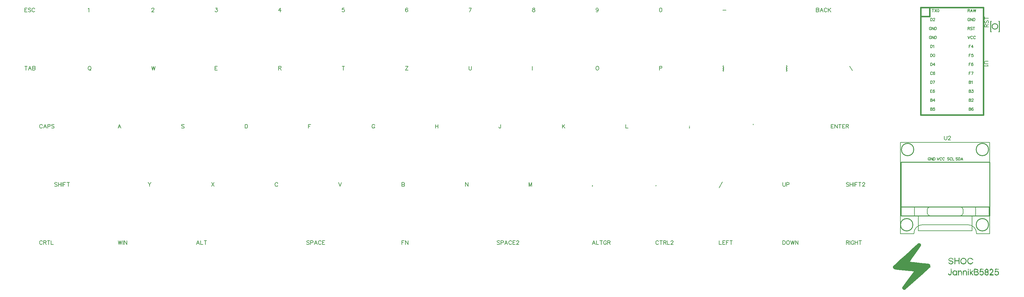
<source format=gto>
G04 Layer: TopSilkscreenLayer*
G04 EasyEDA v6.5.1, 2022-08-22 11:36:35*
G04 479a10040a424d6084b7507f6101f796,d603b60474844c32a05bd641800ef4e1,10*
G04 Gerber Generator version 0.2*
G04 Scale: 100 percent, Rotated: No, Reflected: No *
G04 Dimensions in millimeters *
G04 leading zeros omitted , absolute positions ,4 integer and 5 decimal *
%FSLAX45Y45*%
%MOMM*%

%ADD10C,0.2540*%
%ADD19C,0.1524*%
%ADD20C,0.1501*%
%ADD21C,0.3810*%

%LPD*%
G36*
X27168246Y3183026D02*
G01*
X27115770Y3182213D01*
X26904797Y2993034D01*
X26806448Y2903982D01*
X26725626Y2831439D01*
X26618539Y2735732D01*
X26515060Y2642870D01*
X26441806Y2576372D01*
X26423213Y2559050D01*
X26396594Y2532430D01*
X26396594Y2485339D01*
X26433627Y2442210D01*
X26517549Y2432761D01*
X26605331Y2423972D01*
X26791970Y2406142D01*
X26867815Y2398471D01*
X26927860Y2391664D01*
X26954276Y2388209D01*
X26967840Y2386076D01*
X26971853Y2385263D01*
X26973784Y2384602D01*
X26982623Y2379167D01*
X26783487Y2104186D01*
X26659586Y1932178D01*
X26659586Y1903069D01*
X26693672Y1859737D01*
X26735176Y1859737D01*
X27212848Y2286762D01*
X27321510Y2384145D01*
X27404923Y2459888D01*
X27431593Y2484577D01*
X27445360Y2497886D01*
X27456841Y2512212D01*
X27456688Y2540914D01*
X27456180Y2546299D01*
X27454301Y2557322D01*
X27451507Y2567533D01*
X27449881Y2572004D01*
X27448103Y2575763D01*
X27439416Y2592019D01*
X27418131Y2600045D01*
X27412950Y2601264D01*
X27395932Y2604211D01*
X27371294Y2607614D01*
X27340712Y2611374D01*
X27305609Y2615184D01*
X27267712Y2618943D01*
X27187398Y2626309D01*
X27111756Y2633522D01*
X27043227Y2640330D01*
X26983842Y2646527D01*
X26935430Y2651912D01*
X26900022Y2656281D01*
X26879550Y2659380D01*
X26875181Y2660599D01*
X26875384Y2661615D01*
X26878838Y2667762D01*
X26886001Y2678938D01*
X26899615Y2699207D01*
X26930603Y2743911D01*
X26970380Y2800096D01*
X27123593Y3013100D01*
X27193849Y3111754D01*
X27193849Y3146501D01*
G37*
G36*
X28139034Y2773426D02*
G01*
X28139034Y2592222D01*
X28153766Y2583129D01*
X28158744Y2596083D01*
X28159710Y2599334D01*
X28160675Y2603652D01*
X28162250Y2614676D01*
X28163316Y2627731D01*
X28163672Y2641244D01*
X28163672Y2673451D01*
X28253182Y2673451D01*
X28258211Y2596642D01*
X28278785Y2589885D01*
X28278785Y2773426D01*
X28258211Y2766669D01*
X28253182Y2698089D01*
X28164637Y2698089D01*
X28159608Y2766669D01*
G37*
G36*
X28006802Y2772054D02*
G01*
X27966415Y2731719D01*
X27966415Y2706319D01*
X27998420Y2674366D01*
X28036164Y2668016D01*
X28060142Y2663393D01*
X28068524Y2661462D01*
X28081528Y2657500D01*
X28081528Y2623718D01*
X28040431Y2608072D01*
X28013863Y2618384D01*
X28009189Y2620721D01*
X28004566Y2623362D01*
X28000147Y2626207D01*
X27992324Y2632202D01*
X27989225Y2635199D01*
X27986837Y2638044D01*
X27977185Y2651252D01*
X27965653Y2632659D01*
X27983129Y2600045D01*
X28044495Y2581757D01*
X28088844Y2598724D01*
X28116276Y2640584D01*
X28090164Y2680411D01*
X27998267Y2699461D01*
X27988412Y2725115D01*
X28018892Y2747416D01*
X28054655Y2747416D01*
X28096768Y2714244D01*
X28108808Y2733649D01*
X28064155Y2772054D01*
G37*
G36*
X28392577Y2772054D02*
G01*
X28365043Y2772003D01*
X28338322Y2749194D01*
X28333700Y2744825D01*
X28325521Y2735935D01*
X28321965Y2731414D01*
X28318663Y2726791D01*
X28313126Y2717393D01*
X28310839Y2712567D01*
X28308858Y2707640D01*
X28307182Y2702661D01*
X28305810Y2697530D01*
X28304794Y2692349D01*
X28304032Y2687015D01*
X28303537Y2679496D01*
X28327654Y2679496D01*
X28336443Y2703169D01*
X28338881Y2709214D01*
X28341523Y2714853D01*
X28344368Y2719984D01*
X28347365Y2724658D01*
X28350565Y2728925D01*
X28353969Y2732735D01*
X28357576Y2736037D01*
X28361386Y2738932D01*
X28365399Y2741371D01*
X28369564Y2743352D01*
X28373933Y2744876D01*
X28378505Y2745943D01*
X28383230Y2746552D01*
X28388208Y2746705D01*
X28393339Y2746400D01*
X28398622Y2745638D01*
X28404159Y2744419D01*
X28409849Y2742742D01*
X28415742Y2740660D01*
X28442310Y2728722D01*
X28457804Y2684322D01*
X28449371Y2640076D01*
X28414827Y2615895D01*
X28363519Y2615895D01*
X28350870Y2630271D01*
X28345536Y2637231D01*
X28340405Y2645562D01*
X28335986Y2654198D01*
X28332938Y2662072D01*
X28327654Y2679496D01*
X28303537Y2679496D01*
X28303474Y2652877D01*
X28335528Y2600350D01*
X28399689Y2581148D01*
X28457499Y2608580D01*
X28486811Y2673604D01*
X28467405Y2738374D01*
X28420060Y2772054D01*
G37*
G36*
X28559455Y2772054D02*
G01*
X28510280Y2730703D01*
X28499612Y2667304D01*
X28524758Y2607106D01*
X28585210Y2581808D01*
X28626053Y2592070D01*
X28675584Y2641600D01*
X28657296Y2659888D01*
X28616554Y2615895D01*
X28559404Y2615895D01*
X28525317Y2659227D01*
X28525317Y2707081D01*
X28565703Y2747416D01*
X28583026Y2747416D01*
X28588512Y2747111D01*
X28594202Y2746248D01*
X28600095Y2744825D01*
X28605988Y2742996D01*
X28611830Y2740710D01*
X28617570Y2738069D01*
X28623006Y2735122D01*
X28628136Y2731922D01*
X28632759Y2728468D01*
X28636823Y2724912D01*
X28640227Y2721203D01*
X28642868Y2717444D01*
X28649422Y2706319D01*
X28661360Y2706319D01*
X28666439Y2706725D01*
X28669945Y2707944D01*
X28671977Y2710078D01*
X28672434Y2713177D01*
X28671316Y2717241D01*
X28668675Y2722422D01*
X28664458Y2728722D01*
X28658718Y2736189D01*
X28653841Y2741828D01*
X28648660Y2746959D01*
X28643224Y2751683D01*
X28637534Y2755900D01*
X28631591Y2759659D01*
X28625444Y2762910D01*
X28619043Y2765704D01*
X28612439Y2767990D01*
X28605632Y2769768D01*
X28598622Y2771038D01*
X28591408Y2771800D01*
X28584042Y2772054D01*
G37*
G36*
X28582772Y2460802D02*
G01*
X28577946Y2447848D01*
X28577184Y2442413D01*
X28576168Y2423922D01*
X28575812Y2390241D01*
X28576371Y2358440D01*
X28578759Y2278837D01*
X28595218Y2274824D01*
X28600349Y2328214D01*
X28607054Y2328214D01*
X28608883Y2327656D01*
X28611474Y2325928D01*
X28614674Y2323185D01*
X28622599Y2315210D01*
X28631642Y2304694D01*
X28658718Y2269286D01*
X28675533Y2286101D01*
X28624580Y2350414D01*
X28653841Y2378557D01*
X28662528Y2387904D01*
X28669132Y2396032D01*
X28671367Y2399334D01*
X28672789Y2401925D01*
X28673298Y2403754D01*
X28672840Y2406853D01*
X28671621Y2408986D01*
X28669589Y2410256D01*
X28666897Y2410612D01*
X28663544Y2410053D01*
X28659582Y2408732D01*
X28655060Y2406548D01*
X28650082Y2403551D01*
X28644646Y2399792D01*
X28638855Y2395321D01*
X28632759Y2390089D01*
X28599333Y2357882D01*
X28599333Y2450541D01*
G37*
G36*
X28871976Y2460498D02*
G01*
X28867963Y2453944D01*
X28867049Y2451709D01*
X28864712Y2442210D01*
X28862070Y2427630D01*
X28859378Y2409799D01*
X28852215Y2352903D01*
X28857549Y2352903D01*
X28861258Y2353970D01*
X28867404Y2356866D01*
X28875075Y2361133D01*
X28883508Y2366365D01*
X28904082Y2379878D01*
X28944519Y2361488D01*
X28944519Y2311450D01*
X28903066Y2292553D01*
X28854958Y2328062D01*
X28843274Y2309114D01*
X28887877Y2270709D01*
X28928822Y2270709D01*
X28969157Y2311044D01*
X28969157Y2368143D01*
X28924199Y2403500D01*
X28881679Y2397252D01*
X28888893Y2435098D01*
X28970528Y2435098D01*
X28963772Y2455621D01*
G37*
G36*
X29299408Y2460498D02*
G01*
X29295394Y2453944D01*
X29294429Y2451709D01*
X29292143Y2442210D01*
X29289451Y2427630D01*
X29286758Y2409799D01*
X29279596Y2352903D01*
X29284980Y2352903D01*
X29288587Y2353919D01*
X29294582Y2356713D01*
X29302049Y2360828D01*
X29310177Y2365908D01*
X29330040Y2378913D01*
X29362857Y2368499D01*
X29373017Y2336444D01*
X29362857Y2304440D01*
X29328922Y2293670D01*
X29282389Y2328062D01*
X29270655Y2309114D01*
X29315308Y2270709D01*
X29353256Y2270709D01*
X29396588Y2304796D01*
X29396588Y2368143D01*
X29351630Y2403500D01*
X29309060Y2397252D01*
X29316273Y2435098D01*
X29397960Y2435098D01*
X29391152Y2455621D01*
G37*
G36*
X28040431Y2459736D02*
G01*
X28040431Y2330043D01*
X28007462Y2291232D01*
X27967228Y2339848D01*
X27956459Y2311806D01*
X27965958Y2287016D01*
X28007513Y2268067D01*
X28047797Y2286406D01*
X28066187Y2354681D01*
X28054909Y2459736D01*
G37*
G36*
X28697427Y2459736D02*
G01*
X28693262Y2448864D01*
X28692449Y2445054D01*
X28691658Y2435098D01*
X28725672Y2435098D01*
X28732073Y2434691D01*
X28741065Y2433624D01*
X28751479Y2431999D01*
X28762147Y2430068D01*
X28787293Y2425039D01*
X28797097Y2399436D01*
X28790696Y2393442D01*
X28788664Y2392121D01*
X28781095Y2389124D01*
X28769919Y2385974D01*
X28756457Y2383028D01*
X28714395Y2376119D01*
X28714395Y2435098D01*
X28691658Y2435098D01*
X28691027Y2417267D01*
X28690874Y2388971D01*
X28691341Y2361133D01*
X28742487Y2361133D01*
X28754425Y2360726D01*
X28766160Y2359660D01*
X28776320Y2358085D01*
X28780384Y2357120D01*
X28783584Y2356104D01*
X28796589Y2351125D01*
X28796589Y2303576D01*
X28762553Y2303475D01*
X28750564Y2302713D01*
X28739439Y2301392D01*
X28730549Y2299614D01*
X28727400Y2298598D01*
X28714395Y2293620D01*
X28714395Y2361133D01*
X28691341Y2361133D01*
X28693821Y2274824D01*
X28768802Y2269947D01*
X28813302Y2286863D01*
X28831032Y2332329D01*
X28807359Y2374392D01*
X28819094Y2406294D01*
X28805225Y2443530D01*
X28783940Y2451658D01*
X28778962Y2453284D01*
X28773069Y2454808D01*
X28766465Y2456180D01*
X28751885Y2458364D01*
X28744367Y2459126D01*
X28737001Y2459583D01*
G37*
G36*
X29034181Y2459736D02*
G01*
X29008781Y2434234D01*
X29004463Y2429357D01*
X29000907Y2424836D01*
X28998214Y2420670D01*
X28996233Y2416606D01*
X28995065Y2412644D01*
X28994658Y2408631D01*
X28994912Y2404465D01*
X28995877Y2400096D01*
X28997554Y2395321D01*
X29001186Y2387549D01*
X29026713Y2387549D01*
X29026713Y2425496D01*
X29047236Y2432862D01*
X29076040Y2418080D01*
X29076040Y2407056D01*
X29075126Y2402027D01*
X29072687Y2396490D01*
X29069131Y2391156D01*
X29064762Y2386634D01*
X29053434Y2377287D01*
X29026713Y2387549D01*
X29001186Y2387549D01*
X29011778Y2367584D01*
X28993846Y2349601D01*
X28993846Y2312365D01*
X29018484Y2312365D01*
X29018484Y2327148D01*
X29018839Y2333802D01*
X29019906Y2339340D01*
X29021836Y2343810D01*
X29024732Y2347264D01*
X29028542Y2349855D01*
X29033520Y2351582D01*
X29039616Y2352598D01*
X29046982Y2352903D01*
X29064508Y2352903D01*
X29074364Y2343048D01*
X29078224Y2338374D01*
X29081323Y2332990D01*
X29083457Y2327605D01*
X29084270Y2322779D01*
X29084270Y2312365D01*
X29051351Y2294788D01*
X29018484Y2312365D01*
X28993846Y2312365D01*
X28993846Y2297226D01*
X29014115Y2283968D01*
X29018484Y2281326D01*
X29028085Y2276551D01*
X29037788Y2272995D01*
X29042309Y2271725D01*
X29046424Y2270963D01*
X29049980Y2270709D01*
X29065575Y2270709D01*
X29110432Y2305964D01*
X29104844Y2331466D01*
X29102761Y2344166D01*
X29101186Y2359761D01*
X29100221Y2376322D01*
X29100068Y2391867D01*
X29100830Y2426716D01*
X29067810Y2459736D01*
G37*
G36*
X29166413Y2459736D02*
G01*
X29133546Y2426868D01*
X29133546Y2402230D01*
X29142537Y2402230D01*
X29147211Y2403652D01*
X29153307Y2407615D01*
X29160063Y2413508D01*
X29166667Y2420721D01*
X29181856Y2439212D01*
X29211625Y2421077D01*
X29217264Y2383078D01*
X29133546Y2306167D01*
X29133546Y2270709D01*
X29249827Y2270709D01*
X29244391Y2299462D01*
X29173728Y2307691D01*
X29240429Y2368804D01*
X29240429Y2426208D01*
X29204412Y2459736D01*
G37*
G36*
X28530042Y2458059D02*
G01*
X28526232Y2456942D01*
X28522777Y2454452D01*
X28520593Y2451303D01*
X28518764Y2447036D01*
X28517545Y2442159D01*
X28517138Y2437231D01*
X28517138Y2425649D01*
X28545891Y2431186D01*
X28545891Y2442718D01*
X28545231Y2447290D01*
X28543503Y2451252D01*
X28540862Y2454402D01*
X28537560Y2456688D01*
X28533852Y2457958D01*
G37*
G36*
X28525368Y2411780D02*
G01*
X28520847Y2400046D01*
X28520237Y2397912D01*
X28519272Y2390952D01*
X28518612Y2380996D01*
X28518205Y2368600D01*
X28518154Y2354478D01*
X28518459Y2339289D01*
X28521253Y2274824D01*
X28545891Y2274824D01*
X28545891Y2404973D01*
G37*
G36*
X28124048Y2410409D02*
G01*
X28080055Y2358136D01*
X28088812Y2312365D01*
X28114396Y2312365D01*
X28114396Y2366060D01*
X28134106Y2385771D01*
X28168650Y2385771D01*
X28188361Y2366060D01*
X28188361Y2320391D01*
X28148381Y2294178D01*
X28114396Y2312365D01*
X28088812Y2312365D01*
X28089707Y2307691D01*
X28116326Y2284476D01*
X28121660Y2280513D01*
X28126740Y2277262D01*
X28131668Y2274722D01*
X28136443Y2272893D01*
X28141218Y2271776D01*
X28145994Y2271318D01*
X28150820Y2271522D01*
X28155747Y2272385D01*
X28160878Y2273960D01*
X28166263Y2276144D01*
X28171952Y2278938D01*
X28187345Y2287168D01*
X28192425Y2278938D01*
X28195015Y2275738D01*
X28198318Y2273147D01*
X28201874Y2271369D01*
X28205277Y2270709D01*
X28212999Y2270709D01*
X28212999Y2410409D01*
X28205480Y2410409D01*
X28202229Y2409596D01*
X28199029Y2407412D01*
X28196235Y2404160D01*
X28194152Y2400147D01*
X28190393Y2389886D01*
X28168650Y2410409D01*
G37*
G36*
X28237027Y2410409D02*
G01*
X28241802Y2276144D01*
X28262326Y2269337D01*
X28262326Y2343607D01*
X28278785Y2386838D01*
X28323946Y2381656D01*
X28332176Y2276094D01*
X28352750Y2269337D01*
X28352750Y2373884D01*
X28327146Y2410409D01*
X28310636Y2410409D01*
X28302965Y2409748D01*
X28294279Y2407920D01*
X28285694Y2405227D01*
X28278226Y2401925D01*
X28262326Y2393391D01*
X28262326Y2410409D01*
G37*
G36*
X28393593Y2410409D02*
G01*
X28389935Y2409545D01*
X28386328Y2407158D01*
X28383179Y2403652D01*
X28380842Y2399334D01*
X28380283Y2397302D01*
X28379369Y2390597D01*
X28378759Y2380843D01*
X28378454Y2368702D01*
X28378403Y2354834D01*
X28378759Y2339848D01*
X28381502Y2276144D01*
X28402026Y2269337D01*
X28402026Y2353970D01*
X28419044Y2385771D01*
X28459277Y2385771D01*
X28464306Y2362809D01*
X28466135Y2350719D01*
X28467812Y2335885D01*
X28469234Y2320137D01*
X28471926Y2276094D01*
X28492450Y2269337D01*
X28492450Y2373884D01*
X28466897Y2410409D01*
X28421787Y2410409D01*
X28402026Y2390698D01*
X28402026Y2410409D01*
G37*
D19*
X27851100Y6224015D02*
G01*
X27851100Y6146037D01*
X27856179Y6130544D01*
X27866593Y6120129D01*
X27882341Y6115050D01*
X27892756Y6115050D01*
X27908250Y6120129D01*
X27918663Y6130544D01*
X27923743Y6146037D01*
X27923743Y6224015D01*
X27963368Y6198107D02*
G01*
X27963368Y6203187D01*
X27968448Y6213602D01*
X27973782Y6218936D01*
X27984195Y6224015D01*
X28004770Y6224015D01*
X28015184Y6218936D01*
X28020518Y6213602D01*
X28025598Y6203187D01*
X28025598Y6192773D01*
X28020518Y6182360D01*
X28010104Y6166865D01*
X27958034Y6115050D01*
X28030932Y6115050D01*
X27445972Y5595876D02*
G01*
X27442416Y5602988D01*
X27435558Y5609846D01*
X27428446Y5613402D01*
X27414730Y5613402D01*
X27407872Y5609846D01*
X27400760Y5602988D01*
X27397458Y5595876D01*
X27393902Y5585716D01*
X27393902Y5568190D01*
X27397458Y5557776D01*
X27400760Y5550918D01*
X27407872Y5544060D01*
X27414730Y5540504D01*
X27428446Y5540504D01*
X27435558Y5544060D01*
X27442416Y5550918D01*
X27445972Y5557776D01*
X27445972Y5568190D01*
X27428446Y5568190D02*
G01*
X27445972Y5568190D01*
X27468832Y5613402D02*
G01*
X27468832Y5540504D01*
X27468832Y5613402D02*
G01*
X27517092Y5540504D01*
X27517092Y5613402D02*
G01*
X27517092Y5540504D01*
X27539952Y5613402D02*
G01*
X27539952Y5540504D01*
X27539952Y5613402D02*
G01*
X27564336Y5613402D01*
X27574750Y5609846D01*
X27581608Y5602988D01*
X27585164Y5595876D01*
X27588466Y5585716D01*
X27588466Y5568190D01*
X27585164Y5557776D01*
X27581608Y5550918D01*
X27574750Y5544060D01*
X27564336Y5540504D01*
X27539952Y5540504D01*
X27647902Y5613402D02*
G01*
X27675588Y5540504D01*
X27703274Y5613402D02*
G01*
X27675588Y5540504D01*
X27778204Y5595876D02*
G01*
X27774648Y5602988D01*
X27767790Y5609821D01*
X27760932Y5613402D01*
X27746962Y5613402D01*
X27740104Y5609821D01*
X27732992Y5602988D01*
X27729690Y5595876D01*
X27726134Y5585716D01*
X27726134Y5568190D01*
X27729690Y5557776D01*
X27732992Y5550893D01*
X27740104Y5544035D01*
X27746962Y5540504D01*
X27760932Y5540504D01*
X27767790Y5544035D01*
X27774648Y5550893D01*
X27778204Y5557776D01*
X27852880Y5595876D02*
G01*
X27849578Y5602988D01*
X27842466Y5609821D01*
X27835608Y5613402D01*
X27821892Y5613402D01*
X27814780Y5609821D01*
X27807922Y5602988D01*
X27804366Y5595876D01*
X27801064Y5585716D01*
X27801064Y5568190D01*
X27804366Y5557776D01*
X27807922Y5550893D01*
X27814780Y5544035D01*
X27821892Y5540504D01*
X27835608Y5540504D01*
X27842466Y5544035D01*
X27849578Y5550893D01*
X27852880Y5557776D01*
X28229816Y5602988D02*
G01*
X28222958Y5609846D01*
X28212544Y5613402D01*
X28198574Y5613402D01*
X28188160Y5609846D01*
X28181302Y5602988D01*
X28181302Y5595876D01*
X28184858Y5589018D01*
X28188160Y5585716D01*
X28195272Y5582160D01*
X28215846Y5575302D01*
X28222958Y5571746D01*
X28226260Y5568190D01*
X28229816Y5561332D01*
X28229816Y5550918D01*
X28222958Y5544060D01*
X28212544Y5540504D01*
X28198574Y5540504D01*
X28188160Y5544060D01*
X28181302Y5550918D01*
X28252676Y5613402D02*
G01*
X28252676Y5540504D01*
X28252676Y5613402D02*
G01*
X28276806Y5613402D01*
X28287220Y5609846D01*
X28294332Y5602988D01*
X28297634Y5595876D01*
X28301190Y5585716D01*
X28301190Y5568190D01*
X28297634Y5557776D01*
X28294332Y5550918D01*
X28287220Y5544060D01*
X28276806Y5540504D01*
X28252676Y5540504D01*
X28351736Y5613402D02*
G01*
X28324050Y5540504D01*
X28351736Y5613402D02*
G01*
X28379422Y5540504D01*
X28334464Y5564888D02*
G01*
X28369008Y5564888D01*
X27988513Y5602983D02*
G01*
X27981656Y5609841D01*
X27971241Y5613397D01*
X27957272Y5613397D01*
X27946858Y5609841D01*
X27940000Y5602983D01*
X27940000Y5595871D01*
X27943556Y5589015D01*
X27946858Y5585711D01*
X27953970Y5582155D01*
X27974543Y5575297D01*
X27981656Y5571741D01*
X27984958Y5568185D01*
X27988513Y5561327D01*
X27988513Y5550915D01*
X27981656Y5544055D01*
X27971241Y5540499D01*
X27957272Y5540499D01*
X27946858Y5544055D01*
X27940000Y5550915D01*
X28063190Y5595871D02*
G01*
X28059888Y5602983D01*
X28053029Y5609841D01*
X28045918Y5613397D01*
X28032202Y5613397D01*
X28025090Y5609841D01*
X28018232Y5602983D01*
X28014929Y5595871D01*
X28011374Y5585711D01*
X28011374Y5568185D01*
X28014929Y5557771D01*
X28018232Y5550915D01*
X28025090Y5544055D01*
X28032202Y5540499D01*
X28045918Y5540499D01*
X28053029Y5544055D01*
X28059888Y5550915D01*
X28063190Y5557771D01*
X28086050Y5613397D02*
G01*
X28086050Y5540499D01*
X28086050Y5540499D02*
G01*
X28127706Y5540499D01*
X19800824Y9856215D02*
G01*
X19785075Y9851136D01*
X19774661Y9835387D01*
X19769581Y9809479D01*
X19769581Y9793986D01*
X19774661Y9767824D01*
X19785075Y9752329D01*
X19800824Y9747250D01*
X19811238Y9747250D01*
X19826731Y9752329D01*
X19837145Y9767824D01*
X19842225Y9793986D01*
X19842225Y9809479D01*
X19837145Y9835387D01*
X19826731Y9851136D01*
X19811238Y9856215D01*
X19800824Y9856215D01*
X3569614Y9835387D02*
G01*
X3580028Y9840721D01*
X3595522Y9856215D01*
X3595522Y9747250D01*
X5374690Y9830308D02*
G01*
X5374690Y9835387D01*
X5380024Y9845802D01*
X5385104Y9851136D01*
X5395518Y9856215D01*
X5416346Y9856215D01*
X5426760Y9851136D01*
X5431840Y9845802D01*
X5437174Y9835387D01*
X5437174Y9824974D01*
X5431840Y9814560D01*
X5421680Y9799065D01*
X5369610Y9747250D01*
X5442254Y9747250D01*
X7180021Y9856215D02*
G01*
X7237171Y9856215D01*
X7205929Y9814560D01*
X7221677Y9814560D01*
X7231837Y9809479D01*
X7237171Y9804400D01*
X7242251Y9788652D01*
X7242251Y9778237D01*
X7237171Y9762744D01*
X7226757Y9752329D01*
X7211263Y9747250D01*
X7195515Y9747250D01*
X7180021Y9752329D01*
X7174687Y9757410D01*
X7169607Y9767824D01*
X9021673Y9856215D02*
G01*
X8969603Y9783571D01*
X9047581Y9783571D01*
X9021673Y9856215D02*
G01*
X9021673Y9747250D01*
X12631826Y9840721D02*
G01*
X12626746Y9851136D01*
X12611252Y9856215D01*
X12600838Y9856215D01*
X12585090Y9851136D01*
X12574676Y9835387D01*
X12569596Y9809479D01*
X12569596Y9783571D01*
X12574676Y9762744D01*
X12585090Y9752329D01*
X12600838Y9747250D01*
X12605918Y9747250D01*
X12621666Y9752329D01*
X12631826Y9762744D01*
X12637160Y9778237D01*
X12637160Y9783571D01*
X12631826Y9799065D01*
X12621666Y9809479D01*
X12605918Y9814560D01*
X12600838Y9814560D01*
X12585090Y9809479D01*
X12574676Y9799065D01*
X12569596Y9783571D01*
X14442236Y9856215D02*
G01*
X14390420Y9747250D01*
X14369592Y9856215D02*
G01*
X14442236Y9856215D01*
X16195497Y9856215D02*
G01*
X16180003Y9851136D01*
X16174669Y9840721D01*
X16174669Y9830308D01*
X16180003Y9819894D01*
X16190417Y9814560D01*
X16211245Y9809479D01*
X16226739Y9804400D01*
X16237153Y9793986D01*
X16242233Y9783571D01*
X16242233Y9767824D01*
X16237153Y9757410D01*
X16231819Y9752329D01*
X16216325Y9747250D01*
X16195497Y9747250D01*
X16180003Y9752329D01*
X16174669Y9757410D01*
X16169589Y9767824D01*
X16169589Y9783571D01*
X16174669Y9793986D01*
X16185083Y9804400D01*
X16200831Y9809479D01*
X16221659Y9814560D01*
X16231819Y9819894D01*
X16237153Y9830308D01*
X16237153Y9840721D01*
X16231819Y9851136D01*
X16216325Y9856215D01*
X16195497Y9856215D01*
X18037149Y9819894D02*
G01*
X18031815Y9804400D01*
X18021655Y9793986D01*
X18005907Y9788652D01*
X18000827Y9788652D01*
X17985079Y9793986D01*
X17974665Y9804400D01*
X17969585Y9819894D01*
X17969585Y9824974D01*
X17974665Y9840721D01*
X17985079Y9851136D01*
X18000827Y9856215D01*
X18005907Y9856215D01*
X18021655Y9851136D01*
X18031815Y9840721D01*
X18037149Y9819894D01*
X18037149Y9793986D01*
X18031815Y9767824D01*
X18021655Y9752329D01*
X18005907Y9747250D01*
X17995493Y9747250D01*
X17979999Y9752329D01*
X17974665Y9762744D01*
X22429990Y6571716D02*
G01*
X22429990Y6540728D01*
X17879999Y4817833D02*
G01*
X17874665Y4812753D01*
X17869585Y4817833D01*
X17874665Y4823167D01*
X17879999Y4817833D01*
X17879999Y4807419D01*
X17869585Y4797259D01*
X21569578Y9793986D02*
G01*
X21663050Y9793986D01*
X19674662Y4823167D02*
G01*
X19669582Y4817833D01*
X19674662Y4812753D01*
X19679996Y4817833D01*
X19674662Y4823167D01*
X21563050Y4927053D02*
G01*
X21469578Y4760683D01*
X20624660Y6509486D02*
G01*
X20619580Y6504406D01*
X20624660Y6499072D01*
X20629994Y6504406D01*
X20624660Y6509486D01*
X20629994Y6467830D02*
G01*
X20624660Y6462750D01*
X20619580Y6467830D01*
X20624660Y6473164D01*
X20629994Y6467830D01*
X20629994Y6457416D01*
X20619580Y6447256D01*
X4461268Y6556222D02*
G01*
X4419612Y6447256D01*
X4461268Y6556222D02*
G01*
X4502670Y6447256D01*
X4435106Y6483578D02*
G01*
X4487176Y6483578D01*
X6686265Y3256229D02*
G01*
X6644609Y3147263D01*
X6686265Y3256229D02*
G01*
X6727667Y3147263D01*
X6660100Y3183585D02*
G01*
X6712173Y3183585D01*
X6761957Y3256229D02*
G01*
X6761957Y3147263D01*
X6761957Y3147263D02*
G01*
X6824441Y3147263D01*
X6895050Y3256229D02*
G01*
X6895050Y3147263D01*
X6858731Y3256229D02*
G01*
X6931375Y3256229D01*
X17911241Y3256229D02*
G01*
X17869585Y3147263D01*
X17911241Y3256229D02*
G01*
X17952643Y3147263D01*
X17885079Y3183585D02*
G01*
X17937149Y3183585D01*
X17986933Y3256229D02*
G01*
X17986933Y3147263D01*
X17986933Y3147263D02*
G01*
X18049417Y3147263D01*
X18120029Y3256229D02*
G01*
X18120029Y3147263D01*
X18083707Y3256229D02*
G01*
X18156351Y3256229D01*
X18268619Y3230321D02*
G01*
X18263285Y3240735D01*
X18253125Y3251149D01*
X18242711Y3256229D01*
X18221883Y3256229D01*
X18211469Y3251149D01*
X18201055Y3240735D01*
X18195975Y3230321D01*
X18190641Y3214573D01*
X18190641Y3188665D01*
X18195975Y3173171D01*
X18201055Y3162757D01*
X18211469Y3152343D01*
X18221883Y3147263D01*
X18242711Y3147263D01*
X18253125Y3152343D01*
X18263285Y3162757D01*
X18268619Y3173171D01*
X18268619Y3188665D01*
X18242711Y3188665D02*
G01*
X18268619Y3188665D01*
X18302909Y3256229D02*
G01*
X18302909Y3147263D01*
X18302909Y3256229D02*
G01*
X18349645Y3256229D01*
X18365139Y3251149D01*
X18370473Y3245815D01*
X18375553Y3235401D01*
X18375553Y3224987D01*
X18370473Y3214573D01*
X18365139Y3209493D01*
X18349645Y3204413D01*
X18302909Y3204413D01*
X18339231Y3204413D02*
G01*
X18375553Y3147263D01*
X12469596Y4906225D02*
G01*
X12469596Y4797259D01*
X12469596Y4906225D02*
G01*
X12516332Y4906225D01*
X12531826Y4901145D01*
X12537160Y4895811D01*
X12542240Y4885397D01*
X12542240Y4874983D01*
X12537160Y4864569D01*
X12531826Y4859489D01*
X12516332Y4854409D01*
X12469596Y4854409D02*
G01*
X12516332Y4854409D01*
X12531826Y4849075D01*
X12537160Y4843995D01*
X12542240Y4833581D01*
X12542240Y4817833D01*
X12537160Y4807419D01*
X12531826Y4802339D01*
X12516332Y4797259D01*
X12469596Y4797259D01*
X24219573Y9856215D02*
G01*
X24219573Y9747250D01*
X24219573Y9856215D02*
G01*
X24266309Y9856215D01*
X24281803Y9851136D01*
X24287137Y9845802D01*
X24292217Y9835387D01*
X24292217Y9824974D01*
X24287137Y9814560D01*
X24281803Y9809479D01*
X24266309Y9804400D01*
X24219573Y9804400D02*
G01*
X24266309Y9804400D01*
X24281803Y9799065D01*
X24287137Y9793986D01*
X24292217Y9783571D01*
X24292217Y9767824D01*
X24287137Y9757410D01*
X24281803Y9752329D01*
X24266309Y9747250D01*
X24219573Y9747250D01*
X24368163Y9856215D02*
G01*
X24326507Y9747250D01*
X24368163Y9856215D02*
G01*
X24409819Y9747250D01*
X24342255Y9783571D02*
G01*
X24394071Y9783571D01*
X24521833Y9830308D02*
G01*
X24516753Y9840721D01*
X24506339Y9851136D01*
X24495925Y9856215D01*
X24475097Y9856215D01*
X24464683Y9851136D01*
X24454523Y9840721D01*
X24449189Y9830308D01*
X24444109Y9814560D01*
X24444109Y9788652D01*
X24449189Y9773158D01*
X24454523Y9762744D01*
X24464683Y9752329D01*
X24475097Y9747250D01*
X24495925Y9747250D01*
X24506339Y9752329D01*
X24516753Y9762744D01*
X24521833Y9773158D01*
X24556123Y9856215D02*
G01*
X24556123Y9747250D01*
X24629021Y9856215D02*
G01*
X24556123Y9783571D01*
X24582285Y9809479D02*
G01*
X24629021Y9747250D01*
X8947581Y4880317D02*
G01*
X8942247Y4890731D01*
X8931833Y4901145D01*
X8921673Y4906225D01*
X8900845Y4906225D01*
X8890431Y4901145D01*
X8880017Y4890731D01*
X8874683Y4880317D01*
X8869603Y4864569D01*
X8869603Y4838661D01*
X8874683Y4823167D01*
X8880017Y4812753D01*
X8890431Y4802339D01*
X8900845Y4797259D01*
X8921673Y4797259D01*
X8931833Y4802339D01*
X8942247Y4812753D01*
X8947581Y4823167D01*
X2272596Y6530314D02*
G01*
X2267262Y6540728D01*
X2256848Y6551142D01*
X2246688Y6556222D01*
X2225860Y6556222D01*
X2215446Y6551142D01*
X2205032Y6540728D01*
X2199698Y6530314D01*
X2194618Y6514566D01*
X2194618Y6488658D01*
X2199698Y6473164D01*
X2205032Y6462750D01*
X2215446Y6452336D01*
X2225860Y6447256D01*
X2246688Y6447256D01*
X2256848Y6452336D01*
X2267262Y6462750D01*
X2272596Y6473164D01*
X2348288Y6556222D02*
G01*
X2306886Y6447256D01*
X2348288Y6556222D02*
G01*
X2389941Y6447256D01*
X2322380Y6483578D02*
G01*
X2374450Y6483578D01*
X2424234Y6556222D02*
G01*
X2424234Y6447256D01*
X2424234Y6556222D02*
G01*
X2470970Y6556222D01*
X2486718Y6551142D01*
X2491798Y6545808D01*
X2496878Y6535394D01*
X2496878Y6519900D01*
X2491798Y6509486D01*
X2486718Y6504406D01*
X2470970Y6499072D01*
X2424234Y6499072D01*
X2604066Y6540728D02*
G01*
X2593652Y6551142D01*
X2578158Y6556222D01*
X2557330Y6556222D01*
X2541582Y6551142D01*
X2531168Y6540728D01*
X2531168Y6530314D01*
X2536502Y6519900D01*
X2541582Y6514566D01*
X2551996Y6509486D01*
X2583238Y6499072D01*
X2593652Y6493992D01*
X2598732Y6488658D01*
X2604066Y6478244D01*
X2604066Y6462750D01*
X2593652Y6452336D01*
X2578158Y6447256D01*
X2557330Y6447256D01*
X2541582Y6452336D01*
X2531168Y6462750D01*
X2272596Y3230321D02*
G01*
X2267262Y3240735D01*
X2256848Y3251149D01*
X2246685Y3256229D01*
X2225855Y3256229D01*
X2215446Y3251149D01*
X2205032Y3240735D01*
X2199698Y3230321D01*
X2194615Y3214573D01*
X2194615Y3188665D01*
X2199698Y3173171D01*
X2205032Y3162757D01*
X2215446Y3152343D01*
X2225855Y3147263D01*
X2246685Y3147263D01*
X2256848Y3152343D01*
X2267262Y3162757D01*
X2272596Y3173171D01*
X2306883Y3256229D02*
G01*
X2306883Y3147263D01*
X2306883Y3256229D02*
G01*
X2353619Y3256229D01*
X2369116Y3251149D01*
X2374450Y3245815D01*
X2379530Y3235401D01*
X2379530Y3224987D01*
X2374450Y3214573D01*
X2369116Y3209493D01*
X2353619Y3204413D01*
X2306883Y3204413D01*
X2343205Y3204413D02*
G01*
X2379530Y3147263D01*
X2450139Y3256229D02*
G01*
X2450139Y3147263D01*
X2413817Y3256229D02*
G01*
X2486715Y3256229D01*
X2521005Y3256229D02*
G01*
X2521005Y3147263D01*
X2521005Y3147263D02*
G01*
X2583235Y3147263D01*
X19747560Y3230321D02*
G01*
X19742226Y3240735D01*
X19731812Y3251149D01*
X19721652Y3256229D01*
X19700824Y3256229D01*
X19690410Y3251149D01*
X19679996Y3240735D01*
X19674662Y3230321D01*
X19669582Y3214573D01*
X19669582Y3188665D01*
X19674662Y3173171D01*
X19679996Y3162757D01*
X19690410Y3152343D01*
X19700824Y3147263D01*
X19721652Y3147263D01*
X19731812Y3152343D01*
X19742226Y3162757D01*
X19747560Y3173171D01*
X19818172Y3256229D02*
G01*
X19818172Y3147263D01*
X19781850Y3256229D02*
G01*
X19854494Y3256229D01*
X19888784Y3256229D02*
G01*
X19888784Y3147263D01*
X19888784Y3256229D02*
G01*
X19935520Y3256229D01*
X19951268Y3251149D01*
X19956348Y3245815D01*
X19961682Y3235401D01*
X19961682Y3224987D01*
X19956348Y3214573D01*
X19951268Y3209493D01*
X19935520Y3204413D01*
X19888784Y3204413D01*
X19925106Y3204413D02*
G01*
X19961682Y3147263D01*
X19995972Y3256229D02*
G01*
X19995972Y3147263D01*
X19995972Y3147263D02*
G01*
X20058202Y3147263D01*
X20097572Y3230321D02*
G01*
X20097572Y3235401D01*
X20102906Y3245815D01*
X20107986Y3251149D01*
X20118400Y3256229D01*
X20139228Y3256229D01*
X20149642Y3251149D01*
X20154722Y3245815D01*
X20160056Y3235401D01*
X20160056Y3224987D01*
X20154722Y3214573D01*
X20144562Y3199079D01*
X20092492Y3147263D01*
X20165136Y3147263D01*
X8019605Y6556222D02*
G01*
X8019605Y6447256D01*
X8019605Y6556222D02*
G01*
X8055927Y6556222D01*
X8071675Y6551142D01*
X8081835Y6540728D01*
X8087169Y6530314D01*
X8092249Y6514566D01*
X8092249Y6488658D01*
X8087169Y6473164D01*
X8081835Y6462750D01*
X8071675Y6452336D01*
X8055927Y6447256D01*
X8019605Y6447256D01*
X23269575Y3256229D02*
G01*
X23269575Y3147263D01*
X23269575Y3256229D02*
G01*
X23305897Y3256229D01*
X23321645Y3251149D01*
X23331804Y3240735D01*
X23337138Y3230321D01*
X23342218Y3214573D01*
X23342218Y3188665D01*
X23337138Y3173171D01*
X23331804Y3162757D01*
X23321645Y3152343D01*
X23305897Y3147263D01*
X23269575Y3147263D01*
X23407750Y3256229D02*
G01*
X23397336Y3251149D01*
X23386923Y3240735D01*
X23381843Y3230321D01*
X23376509Y3214573D01*
X23376509Y3188665D01*
X23381843Y3173171D01*
X23386923Y3162757D01*
X23397336Y3152343D01*
X23407750Y3147263D01*
X23428579Y3147263D01*
X23438993Y3152343D01*
X23449406Y3162757D01*
X23454486Y3173171D01*
X23459820Y3188665D01*
X23459820Y3214573D01*
X23454486Y3230321D01*
X23449406Y3240735D01*
X23438993Y3251149D01*
X23428579Y3256229D01*
X23407750Y3256229D01*
X23494111Y3256229D02*
G01*
X23520018Y3147263D01*
X23545927Y3256229D02*
G01*
X23520018Y3147263D01*
X23545927Y3256229D02*
G01*
X23571834Y3147263D01*
X23597997Y3256229D02*
G01*
X23571834Y3147263D01*
X23632286Y3256229D02*
G01*
X23632286Y3147263D01*
X23632286Y3256229D02*
G01*
X23704931Y3147263D01*
X23704931Y3256229D02*
G01*
X23704931Y3147263D01*
X7169607Y8206219D02*
G01*
X7169607Y8097253D01*
X7169607Y8206219D02*
G01*
X7237171Y8206219D01*
X7169607Y8154403D02*
G01*
X7211263Y8154403D01*
X7169607Y8097253D02*
G01*
X7237171Y8097253D01*
X24644573Y6556222D02*
G01*
X24644573Y6447256D01*
X24644573Y6556222D02*
G01*
X24712137Y6556222D01*
X24644573Y6504406D02*
G01*
X24686229Y6504406D01*
X24644573Y6447256D02*
G01*
X24712137Y6447256D01*
X24746427Y6556222D02*
G01*
X24746427Y6447256D01*
X24746427Y6556222D02*
G01*
X24819071Y6447256D01*
X24819071Y6556222D02*
G01*
X24819071Y6447256D01*
X24889680Y6556222D02*
G01*
X24889680Y6447256D01*
X24853361Y6556222D02*
G01*
X24926259Y6556222D01*
X24960546Y6556222D02*
G01*
X24960546Y6447256D01*
X24960546Y6556222D02*
G01*
X25028113Y6556222D01*
X24960546Y6504406D02*
G01*
X25001948Y6504406D01*
X24960546Y6447256D02*
G01*
X25028113Y6447256D01*
X25062403Y6556222D02*
G01*
X25062403Y6447256D01*
X25062403Y6556222D02*
G01*
X25109139Y6556222D01*
X25124630Y6551142D01*
X25129713Y6545808D01*
X25135047Y6535394D01*
X25135047Y6524980D01*
X25129713Y6514566D01*
X25124630Y6509486D01*
X25109139Y6504406D01*
X25062403Y6504406D01*
X25098725Y6504406D02*
G01*
X25135047Y6447256D01*
X1769618Y9856215D02*
G01*
X1769618Y9747250D01*
X1769618Y9856215D02*
G01*
X1837181Y9856215D01*
X1769618Y9804400D02*
G01*
X1811273Y9804400D01*
X1769618Y9747250D02*
G01*
X1837181Y9747250D01*
X1944115Y9840721D02*
G01*
X1933702Y9851136D01*
X1918207Y9856215D01*
X1897379Y9856215D01*
X1881886Y9851136D01*
X1871471Y9840721D01*
X1871471Y9830308D01*
X1876552Y9819894D01*
X1881886Y9814560D01*
X1892300Y9809479D01*
X1923287Y9799065D01*
X1933702Y9793986D01*
X1939036Y9788652D01*
X1944115Y9778237D01*
X1944115Y9762744D01*
X1933702Y9752329D01*
X1918207Y9747250D01*
X1897379Y9747250D01*
X1881886Y9752329D01*
X1871471Y9762744D01*
X2056384Y9830308D02*
G01*
X2051304Y9840721D01*
X2040890Y9851136D01*
X2030475Y9856215D01*
X2009647Y9856215D01*
X1999234Y9851136D01*
X1988820Y9840721D01*
X1983740Y9830308D01*
X1978406Y9814560D01*
X1978406Y9788652D01*
X1983740Y9773158D01*
X1988820Y9762744D01*
X1999234Y9752329D01*
X2009647Y9747250D01*
X2030475Y9747250D01*
X2040890Y9752329D01*
X2051304Y9762744D01*
X2056384Y9773158D01*
X9819601Y6556222D02*
G01*
X9819601Y6447256D01*
X9819601Y6556222D02*
G01*
X9887165Y6556222D01*
X9819601Y6504406D02*
G01*
X9861257Y6504406D01*
X12469596Y3256229D02*
G01*
X12469596Y3147263D01*
X12469596Y3256229D02*
G01*
X12537160Y3256229D01*
X12469596Y3204413D02*
G01*
X12511252Y3204413D01*
X12571450Y3256229D02*
G01*
X12571450Y3147263D01*
X12571450Y3256229D02*
G01*
X12644094Y3147263D01*
X12644094Y3256229D02*
G01*
X12644094Y3147263D01*
X11697576Y6530314D02*
G01*
X11692242Y6540728D01*
X11681828Y6551142D01*
X11671668Y6556222D01*
X11650840Y6556222D01*
X11640426Y6551142D01*
X11630012Y6540728D01*
X11624678Y6530314D01*
X11619598Y6514566D01*
X11619598Y6488658D01*
X11624678Y6473164D01*
X11630012Y6462750D01*
X11640426Y6452336D01*
X11650840Y6447256D01*
X11671668Y6447256D01*
X11681828Y6452336D01*
X11692242Y6462750D01*
X11697576Y6473164D01*
X11697576Y6488658D01*
X11671668Y6488658D02*
G01*
X11697576Y6488658D01*
X13419594Y6556222D02*
G01*
X13419594Y6447256D01*
X13492238Y6556222D02*
G01*
X13492238Y6447256D01*
X13419594Y6504406D02*
G01*
X13492238Y6504406D01*
X16169589Y8206219D02*
G01*
X16169589Y8097253D01*
X15271661Y6556222D02*
G01*
X15271661Y6473164D01*
X15266327Y6457416D01*
X15261247Y6452336D01*
X15250833Y6447256D01*
X15240419Y6447256D01*
X15230005Y6452336D01*
X15224671Y6457416D01*
X15219591Y6473164D01*
X15219591Y6483578D01*
X17019587Y6556222D02*
G01*
X17019587Y6447256D01*
X17092231Y6556222D02*
G01*
X17019587Y6483578D01*
X17045495Y6509486D02*
G01*
X17092231Y6447256D01*
X18819583Y6556222D02*
G01*
X18819583Y6447256D01*
X18819583Y6447256D02*
G01*
X18881813Y6447256D01*
X21469578Y3256229D02*
G01*
X21469578Y3147263D01*
X21469578Y3147263D02*
G01*
X21531808Y3147263D01*
X21566098Y3256229D02*
G01*
X21566098Y3147263D01*
X21566098Y3256229D02*
G01*
X21633662Y3256229D01*
X21566098Y3204413D02*
G01*
X21607754Y3204413D01*
X21566098Y3147263D02*
G01*
X21633662Y3147263D01*
X21667952Y3256229D02*
G01*
X21667952Y3147263D01*
X21667952Y3256229D02*
G01*
X21735516Y3256229D01*
X21667952Y3204413D02*
G01*
X21709608Y3204413D01*
X21806128Y3256229D02*
G01*
X21806128Y3147263D01*
X21769806Y3256229D02*
G01*
X21842704Y3256229D01*
X16069589Y4906225D02*
G01*
X16069589Y4797259D01*
X16069589Y4906225D02*
G01*
X16111245Y4797259D01*
X16152647Y4906225D02*
G01*
X16111245Y4797259D01*
X16152647Y4906225D02*
G01*
X16152647Y4797259D01*
X14269593Y4906225D02*
G01*
X14269593Y4797259D01*
X14269593Y4906225D02*
G01*
X14342236Y4797259D01*
X14342236Y4906225D02*
G01*
X14342236Y4797259D01*
X18000827Y8206219D02*
G01*
X17990413Y8201139D01*
X17979999Y8190725D01*
X17974665Y8180311D01*
X17969585Y8164563D01*
X17969585Y8138655D01*
X17974665Y8123161D01*
X17979999Y8112747D01*
X17990413Y8102333D01*
X18000827Y8097253D01*
X18021655Y8097253D01*
X18031815Y8102333D01*
X18042229Y8112747D01*
X18047563Y8123161D01*
X18052643Y8138655D01*
X18052643Y8164563D01*
X18047563Y8180311D01*
X18042229Y8190725D01*
X18031815Y8201139D01*
X18021655Y8206219D01*
X18000827Y8206219D01*
X19769581Y8206219D02*
G01*
X19769581Y8097253D01*
X19769581Y8206219D02*
G01*
X19816318Y8206219D01*
X19831811Y8201139D01*
X19837145Y8195805D01*
X19842225Y8185391D01*
X19842225Y8169897D01*
X19837145Y8159483D01*
X19831811Y8154403D01*
X19816318Y8149069D01*
X19769581Y8149069D01*
X3600856Y8206219D02*
G01*
X3590442Y8201139D01*
X3580028Y8190725D01*
X3574694Y8180311D01*
X3569614Y8164563D01*
X3569614Y8138655D01*
X3574694Y8123161D01*
X3580028Y8112747D01*
X3590442Y8102333D01*
X3600856Y8097253D01*
X3621684Y8097253D01*
X3631844Y8102333D01*
X3642258Y8112747D01*
X3647592Y8123161D01*
X3652672Y8138655D01*
X3652672Y8164563D01*
X3647592Y8180311D01*
X3642258Y8190725D01*
X3631844Y8201139D01*
X3621684Y8206219D01*
X3600856Y8206219D01*
X3616350Y8117827D02*
G01*
X3647592Y8086839D01*
X8969603Y8206219D02*
G01*
X8969603Y8097253D01*
X8969603Y8206219D02*
G01*
X9016339Y8206219D01*
X9031833Y8201139D01*
X9037167Y8195805D01*
X9042247Y8185391D01*
X9042247Y8174977D01*
X9037167Y8164563D01*
X9031833Y8159483D01*
X9016339Y8154403D01*
X8969603Y8154403D01*
X9005925Y8154403D02*
G01*
X9042247Y8097253D01*
X25069571Y3256229D02*
G01*
X25069571Y3147263D01*
X25069571Y3256229D02*
G01*
X25116307Y3256229D01*
X25131801Y3251149D01*
X25137135Y3245815D01*
X25142215Y3235401D01*
X25142215Y3224987D01*
X25137135Y3214573D01*
X25131801Y3209493D01*
X25116307Y3204413D01*
X25069571Y3204413D01*
X25105893Y3204413D02*
G01*
X25142215Y3147263D01*
X25176505Y3256229D02*
G01*
X25176505Y3147263D01*
X25288773Y3230321D02*
G01*
X25283693Y3240735D01*
X25273279Y3251149D01*
X25262865Y3256229D01*
X25242037Y3256229D01*
X25231623Y3251149D01*
X25221209Y3240735D01*
X25216129Y3230321D01*
X25210795Y3214573D01*
X25210795Y3188665D01*
X25216129Y3173171D01*
X25221209Y3162757D01*
X25231623Y3152343D01*
X25242037Y3147263D01*
X25262865Y3147263D01*
X25273279Y3152343D01*
X25283693Y3162757D01*
X25288773Y3173171D01*
X25288773Y3188665D01*
X25262865Y3188665D02*
G01*
X25288773Y3188665D01*
X25323063Y3256229D02*
G01*
X25323063Y3147263D01*
X25395961Y3256229D02*
G01*
X25395961Y3147263D01*
X25323063Y3204413D02*
G01*
X25395961Y3204413D01*
X25466573Y3256229D02*
G01*
X25466573Y3147263D01*
X25430251Y3256229D02*
G01*
X25502895Y3256229D01*
X6292253Y6540728D02*
G01*
X6281839Y6551142D01*
X6266345Y6556222D01*
X6245517Y6556222D01*
X6230023Y6551142D01*
X6219609Y6540728D01*
X6219609Y6530314D01*
X6224689Y6519900D01*
X6230023Y6514566D01*
X6240437Y6509486D01*
X6271679Y6499072D01*
X6281839Y6493992D01*
X6287173Y6488658D01*
X6292253Y6478244D01*
X6292253Y6462750D01*
X6281839Y6452336D01*
X6266345Y6447256D01*
X6245517Y6447256D01*
X6230023Y6452336D01*
X6219609Y6462750D01*
X2692260Y4890731D02*
G01*
X2681846Y4901145D01*
X2666352Y4906225D01*
X2645524Y4906225D01*
X2630030Y4901145D01*
X2619616Y4890731D01*
X2619616Y4880317D01*
X2624696Y4869903D01*
X2630030Y4864569D01*
X2640444Y4859489D01*
X2671686Y4849075D01*
X2681846Y4843995D01*
X2687180Y4838661D01*
X2692260Y4828247D01*
X2692260Y4812753D01*
X2681846Y4802339D01*
X2666352Y4797259D01*
X2645524Y4797259D01*
X2630030Y4802339D01*
X2619616Y4812753D01*
X2726550Y4906225D02*
G01*
X2726550Y4797259D01*
X2799448Y4906225D02*
G01*
X2799448Y4797259D01*
X2726550Y4854409D02*
G01*
X2799448Y4854409D01*
X2833738Y4906225D02*
G01*
X2833738Y4797259D01*
X2868028Y4906225D02*
G01*
X2868028Y4797259D01*
X2868028Y4906225D02*
G01*
X2935592Y4906225D01*
X2868028Y4854409D02*
G01*
X2909430Y4854409D01*
X3006204Y4906225D02*
G01*
X3006204Y4797259D01*
X2969882Y4906225D02*
G01*
X3042526Y4906225D01*
X25142215Y4890731D02*
G01*
X25131801Y4901145D01*
X25116307Y4906225D01*
X25095479Y4906225D01*
X25079985Y4901145D01*
X25069571Y4890731D01*
X25069571Y4880317D01*
X25074651Y4869903D01*
X25079985Y4864569D01*
X25090399Y4859489D01*
X25121641Y4849075D01*
X25131801Y4843995D01*
X25137135Y4838661D01*
X25142215Y4828247D01*
X25142215Y4812753D01*
X25131801Y4802339D01*
X25116307Y4797259D01*
X25095479Y4797259D01*
X25079985Y4802339D01*
X25069571Y4812753D01*
X25176505Y4906225D02*
G01*
X25176505Y4797259D01*
X25249403Y4906225D02*
G01*
X25249403Y4797259D01*
X25176505Y4854409D02*
G01*
X25249403Y4854409D01*
X25283693Y4906225D02*
G01*
X25283693Y4797259D01*
X25317983Y4906225D02*
G01*
X25317983Y4797259D01*
X25317983Y4906225D02*
G01*
X25385547Y4906225D01*
X25317983Y4854409D02*
G01*
X25359385Y4854409D01*
X25456159Y4906225D02*
G01*
X25456159Y4797259D01*
X25419837Y4906225D02*
G01*
X25492481Y4906225D01*
X25531851Y4880317D02*
G01*
X25531851Y4885397D01*
X25537185Y4895811D01*
X25542265Y4901145D01*
X25552679Y4906225D01*
X25573507Y4906225D01*
X25583921Y4901145D01*
X25589001Y4895811D01*
X25594335Y4885397D01*
X25594335Y4874983D01*
X25589001Y4864569D01*
X25578841Y4849075D01*
X25526771Y4797259D01*
X25599415Y4797259D01*
X9842245Y3240735D02*
G01*
X9831831Y3251149D01*
X9816338Y3256229D01*
X9795509Y3256229D01*
X9780015Y3251149D01*
X9769602Y3240735D01*
X9769602Y3230321D01*
X9774681Y3219907D01*
X9780015Y3214573D01*
X9790429Y3209493D01*
X9821672Y3199079D01*
X9831831Y3193999D01*
X9837165Y3188665D01*
X9842245Y3178251D01*
X9842245Y3162757D01*
X9831831Y3152343D01*
X9816338Y3147263D01*
X9795509Y3147263D01*
X9780015Y3152343D01*
X9769602Y3162757D01*
X9876536Y3256229D02*
G01*
X9876536Y3147263D01*
X9876536Y3256229D02*
G01*
X9923272Y3256229D01*
X9939020Y3251149D01*
X9944100Y3245815D01*
X9949434Y3235401D01*
X9949434Y3219907D01*
X9944100Y3209493D01*
X9939020Y3204413D01*
X9923272Y3199079D01*
X9876536Y3199079D01*
X10025125Y3256229D02*
G01*
X9983724Y3147263D01*
X10025125Y3256229D02*
G01*
X10066781Y3147263D01*
X9999218Y3183585D02*
G01*
X10051288Y3183585D01*
X10179050Y3230321D02*
G01*
X10173715Y3240735D01*
X10163302Y3251149D01*
X10153141Y3256229D01*
X10132313Y3256229D01*
X10121900Y3251149D01*
X10111486Y3240735D01*
X10106152Y3230321D01*
X10101072Y3214573D01*
X10101072Y3188665D01*
X10106152Y3173171D01*
X10111486Y3162757D01*
X10121900Y3152343D01*
X10132313Y3147263D01*
X10153141Y3147263D01*
X10163302Y3152343D01*
X10173715Y3162757D01*
X10179050Y3173171D01*
X10213340Y3256229D02*
G01*
X10213340Y3147263D01*
X10213340Y3256229D02*
G01*
X10280904Y3256229D01*
X10213340Y3204413D02*
G01*
X10254741Y3204413D01*
X10213340Y3147263D02*
G01*
X10280904Y3147263D01*
X15242235Y3240735D02*
G01*
X15231821Y3251149D01*
X15216327Y3256229D01*
X15195499Y3256229D01*
X15180005Y3251149D01*
X15169591Y3240735D01*
X15169591Y3230321D01*
X15174671Y3219907D01*
X15180005Y3214573D01*
X15190419Y3209493D01*
X15221661Y3199079D01*
X15231821Y3193999D01*
X15237155Y3188665D01*
X15242235Y3178251D01*
X15242235Y3162757D01*
X15231821Y3152343D01*
X15216327Y3147263D01*
X15195499Y3147263D01*
X15180005Y3152343D01*
X15169591Y3162757D01*
X15276525Y3256229D02*
G01*
X15276525Y3147263D01*
X15276525Y3256229D02*
G01*
X15323261Y3256229D01*
X15339009Y3251149D01*
X15344089Y3245815D01*
X15349423Y3235401D01*
X15349423Y3219907D01*
X15344089Y3209493D01*
X15339009Y3204413D01*
X15323261Y3199079D01*
X15276525Y3199079D01*
X15425115Y3256229D02*
G01*
X15383713Y3147263D01*
X15425115Y3256229D02*
G01*
X15466771Y3147263D01*
X15399207Y3183585D02*
G01*
X15451277Y3183585D01*
X15579039Y3230321D02*
G01*
X15573705Y3240735D01*
X15563291Y3251149D01*
X15553131Y3256229D01*
X15532303Y3256229D01*
X15521889Y3251149D01*
X15511475Y3240735D01*
X15506141Y3230321D01*
X15501061Y3214573D01*
X15501061Y3188665D01*
X15506141Y3173171D01*
X15511475Y3162757D01*
X15521889Y3152343D01*
X15532303Y3147263D01*
X15553131Y3147263D01*
X15563291Y3152343D01*
X15573705Y3162757D01*
X15579039Y3173171D01*
X15613329Y3256229D02*
G01*
X15613329Y3147263D01*
X15613329Y3256229D02*
G01*
X15680893Y3256229D01*
X15613329Y3204413D02*
G01*
X15654731Y3204413D01*
X15613329Y3147263D02*
G01*
X15680893Y3147263D01*
X15720263Y3230321D02*
G01*
X15720263Y3235401D01*
X15725597Y3245815D01*
X15730677Y3251149D01*
X15741091Y3256229D01*
X15761919Y3256229D01*
X15772333Y3251149D01*
X15777413Y3245815D01*
X15782747Y3235401D01*
X15782747Y3224987D01*
X15777413Y3214573D01*
X15766999Y3199079D01*
X15715183Y3147263D01*
X15787827Y3147263D01*
X10805922Y8206219D02*
G01*
X10805922Y8097253D01*
X10769600Y8206219D02*
G01*
X10842243Y8206219D01*
X1805939Y8206219D02*
G01*
X1805939Y8097253D01*
X1769618Y8206219D02*
G01*
X1842262Y8206219D01*
X1918207Y8206219D02*
G01*
X1876552Y8097253D01*
X1918207Y8206219D02*
G01*
X1959863Y8097253D01*
X1892300Y8133575D02*
G01*
X1944115Y8133575D01*
X1994154Y8206219D02*
G01*
X1994154Y8097253D01*
X1994154Y8206219D02*
G01*
X2040890Y8206219D01*
X2056384Y8201139D01*
X2061718Y8195805D01*
X2066797Y8185391D01*
X2066797Y8174977D01*
X2061718Y8164563D01*
X2056384Y8159483D01*
X2040890Y8154403D01*
X1994154Y8154403D02*
G01*
X2040890Y8154403D01*
X2056384Y8149069D01*
X2061718Y8143989D01*
X2066797Y8133575D01*
X2066797Y8117827D01*
X2061718Y8107413D01*
X2056384Y8102333D01*
X2040890Y8097253D01*
X1994154Y8097253D01*
X14369592Y8206219D02*
G01*
X14369592Y8128241D01*
X14374672Y8112747D01*
X14385086Y8102333D01*
X14400834Y8097253D01*
X14411248Y8097253D01*
X14426742Y8102333D01*
X14437156Y8112747D01*
X14442236Y8128241D01*
X14442236Y8206219D01*
X23269575Y4906225D02*
G01*
X23269575Y4828247D01*
X23274654Y4812753D01*
X23285068Y4802339D01*
X23300816Y4797259D01*
X23311231Y4797259D01*
X23326725Y4802339D01*
X23337138Y4812753D01*
X23342218Y4828247D01*
X23342218Y4906225D01*
X23376509Y4906225D02*
G01*
X23376509Y4797259D01*
X23376509Y4906225D02*
G01*
X23423245Y4906225D01*
X23438993Y4901145D01*
X23444073Y4895811D01*
X23449406Y4885397D01*
X23449406Y4869903D01*
X23444073Y4859489D01*
X23438993Y4854409D01*
X23423245Y4849075D01*
X23376509Y4849075D01*
X10669600Y4906225D02*
G01*
X10711256Y4797259D01*
X10752658Y4906225D02*
G01*
X10711256Y4797259D01*
X5369610Y8206219D02*
G01*
X5395518Y8097253D01*
X5421680Y8206219D02*
G01*
X5395518Y8097253D01*
X5421680Y8206219D02*
G01*
X5447588Y8097253D01*
X5473496Y8206219D02*
G01*
X5447588Y8097253D01*
X4419612Y3256229D02*
G01*
X4445520Y3147263D01*
X4471682Y3256229D02*
G01*
X4445520Y3147263D01*
X4471682Y3256229D02*
G01*
X4497590Y3147263D01*
X4523498Y3256229D02*
G01*
X4497590Y3147263D01*
X4557788Y3256229D02*
G01*
X4557788Y3147263D01*
X4592078Y3256229D02*
G01*
X4592078Y3147263D01*
X4592078Y3256229D02*
G01*
X4664722Y3147263D01*
X4664722Y3256229D02*
G01*
X4664722Y3147263D01*
X7069607Y4906225D02*
G01*
X7142251Y4797259D01*
X7142251Y4906225D02*
G01*
X7069607Y4797259D01*
X5269611Y4906225D02*
G01*
X5311266Y4854409D01*
X5311266Y4797259D01*
X5352668Y4906225D02*
G01*
X5311266Y4854409D01*
X12642240Y8206219D02*
G01*
X12569596Y8097253D01*
X12569596Y8206219D02*
G01*
X12642240Y8206219D01*
X12569596Y8097253D02*
G01*
X12642240Y8097253D01*
X25169571Y8206219D02*
G01*
X25242215Y8081505D01*
X21595486Y8227047D02*
G01*
X21585072Y8221713D01*
X21579992Y8216633D01*
X21574658Y8206219D01*
X21574658Y8195805D01*
X21579992Y8185391D01*
X21585072Y8180311D01*
X21590406Y8169897D01*
X21590406Y8159483D01*
X21579992Y8149069D01*
X21585072Y8221713D02*
G01*
X21579992Y8211553D01*
X21579992Y8201139D01*
X21585072Y8190725D01*
X21590406Y8185391D01*
X21595486Y8174977D01*
X21595486Y8164563D01*
X21590406Y8154403D01*
X21569578Y8143989D01*
X21590406Y8133575D01*
X21595486Y8123161D01*
X21595486Y8112747D01*
X21590406Y8102333D01*
X21585072Y8097253D01*
X21579992Y8086839D01*
X21579992Y8076425D01*
X21585072Y8066011D01*
X21579992Y8138655D02*
G01*
X21590406Y8128241D01*
X21590406Y8117827D01*
X21585072Y8107413D01*
X21579992Y8102333D01*
X21574658Y8091919D01*
X21574658Y8081505D01*
X21579992Y8071091D01*
X21585072Y8066011D01*
X21595486Y8060677D01*
X23369574Y8227047D02*
G01*
X23379988Y8221713D01*
X23385068Y8216633D01*
X23390402Y8206219D01*
X23390402Y8195805D01*
X23385068Y8185391D01*
X23379988Y8180311D01*
X23374654Y8169897D01*
X23374654Y8159483D01*
X23385068Y8149069D01*
X23379988Y8221713D02*
G01*
X23385068Y8211553D01*
X23385068Y8201139D01*
X23379988Y8190725D01*
X23374654Y8185391D01*
X23369574Y8174977D01*
X23369574Y8164563D01*
X23374654Y8154403D01*
X23395482Y8143989D01*
X23374654Y8133575D01*
X23369574Y8123161D01*
X23369574Y8112747D01*
X23374654Y8102333D01*
X23379988Y8097253D01*
X23385068Y8086839D01*
X23385068Y8076425D01*
X23379988Y8066011D01*
X23385068Y8138655D02*
G01*
X23374654Y8128241D01*
X23374654Y8117827D01*
X23379988Y8107413D01*
X23385068Y8102333D01*
X23390402Y8091919D01*
X23390402Y8081505D01*
X23385068Y8071091D01*
X23379988Y8066011D01*
X23369574Y8060677D01*
X28993084Y9318904D02*
G01*
X29102050Y9318904D01*
X28993084Y9318904D02*
G01*
X28993084Y9365640D01*
X28998163Y9381134D01*
X29003498Y9386468D01*
X29013911Y9391548D01*
X29024325Y9391548D01*
X29034740Y9386468D01*
X29039820Y9381134D01*
X29044900Y9365640D01*
X29044900Y9318904D01*
X29044900Y9355226D02*
G01*
X29102050Y9391548D01*
X29008577Y9498736D02*
G01*
X28998163Y9488322D01*
X28993084Y9472574D01*
X28993084Y9452000D01*
X28998163Y9436252D01*
X29008577Y9425838D01*
X29018991Y9425838D01*
X29029406Y9431172D01*
X29034740Y9436252D01*
X29039820Y9446666D01*
X29050234Y9477908D01*
X29055313Y9488322D01*
X29060648Y9493402D01*
X29071061Y9498736D01*
X29086556Y9498736D01*
X29096970Y9488322D01*
X29102050Y9472574D01*
X29102050Y9452000D01*
X29096970Y9436252D01*
X29086556Y9425838D01*
X28993084Y9569348D02*
G01*
X29102050Y9569348D01*
X28993084Y9533026D02*
G01*
X28993084Y9605670D01*
X10831829Y9856215D02*
G01*
X10780013Y9856215D01*
X10774679Y9809479D01*
X10780013Y9814560D01*
X10795508Y9819894D01*
X10811256Y9819894D01*
X10826750Y9814560D01*
X10837163Y9804400D01*
X10842243Y9788652D01*
X10842243Y9778237D01*
X10837163Y9762744D01*
X10826750Y9752329D01*
X10811256Y9747250D01*
X10795508Y9747250D01*
X10780013Y9752329D01*
X10774679Y9757410D01*
X10769600Y9767824D01*
X29096715Y8343900D02*
G01*
X29018738Y8343900D01*
X29003243Y8338820D01*
X28992829Y8328405D01*
X28987750Y8312658D01*
X28987750Y8302244D01*
X28992829Y8286750D01*
X29003243Y8276336D01*
X29018738Y8271255D01*
X29096715Y8271255D01*
X29075888Y8236965D02*
G01*
X29081222Y8226552D01*
X29096715Y8210804D01*
X28987750Y8210804D01*
D20*
X27526513Y9821646D02*
G01*
X27526513Y9745192D01*
X27501113Y9821646D02*
G01*
X27551913Y9821646D01*
X27576043Y9821646D02*
G01*
X27626843Y9745192D01*
X27626843Y9821646D02*
G01*
X27576043Y9745192D01*
X27672817Y9821646D02*
G01*
X27661895Y9818090D01*
X27654529Y9807168D01*
X27650973Y9788880D01*
X27650973Y9777958D01*
X27654529Y9759924D01*
X27661895Y9749002D01*
X27672817Y9745192D01*
X27679929Y9745192D01*
X27690851Y9749002D01*
X27698217Y9759924D01*
X27701773Y9777958D01*
X27701773Y9788880D01*
X27698217Y9807168D01*
X27690851Y9818090D01*
X27679929Y9821646D01*
X27672817Y9821646D01*
X27456891Y9567671D02*
G01*
X27456891Y9491218D01*
X27456891Y9567671D02*
G01*
X27482291Y9567671D01*
X27493213Y9564115D01*
X27500579Y9556750D01*
X27504136Y9549384D01*
X27507691Y9538462D01*
X27507691Y9520428D01*
X27504136Y9509505D01*
X27500579Y9502139D01*
X27493213Y9494774D01*
X27482291Y9491218D01*
X27456891Y9491218D01*
X27535377Y9549384D02*
G01*
X27535377Y9553194D01*
X27539188Y9560305D01*
X27542743Y9564115D01*
X27550109Y9567671D01*
X27564588Y9567671D01*
X27571700Y9564115D01*
X27575509Y9560305D01*
X27579065Y9553194D01*
X27579065Y9545828D01*
X27575509Y9538462D01*
X27568143Y9527539D01*
X27531822Y9491218D01*
X27582622Y9491218D01*
X27456891Y8551671D02*
G01*
X27456891Y8475218D01*
X27456891Y8551671D02*
G01*
X27482291Y8551671D01*
X27493213Y8548115D01*
X27500579Y8540750D01*
X27504136Y8533384D01*
X27507691Y8522462D01*
X27507691Y8504428D01*
X27504136Y8493505D01*
X27500579Y8486139D01*
X27493213Y8478774D01*
X27482291Y8475218D01*
X27456891Y8475218D01*
X27553665Y8551671D02*
G01*
X27542743Y8548115D01*
X27535377Y8537194D01*
X27531822Y8518905D01*
X27531822Y8507984D01*
X27535377Y8489695D01*
X27542743Y8478774D01*
X27553665Y8475218D01*
X27561032Y8475218D01*
X27571700Y8478774D01*
X27579065Y8489695D01*
X27582622Y8507984D01*
X27582622Y8518905D01*
X27579065Y8537194D01*
X27571700Y8548115D01*
X27561032Y8551671D01*
X27553665Y8551671D01*
X27456891Y8805671D02*
G01*
X27456891Y8729218D01*
X27456891Y8805671D02*
G01*
X27482291Y8805671D01*
X27493213Y8802115D01*
X27500579Y8794750D01*
X27504136Y8787384D01*
X27507691Y8776462D01*
X27507691Y8758428D01*
X27504136Y8747505D01*
X27500579Y8740139D01*
X27493213Y8732774D01*
X27482291Y8729218D01*
X27456891Y8729218D01*
X27531822Y8791194D02*
G01*
X27539188Y8794750D01*
X27550109Y8805671D01*
X27550109Y8729218D01*
X27479523Y9041358D02*
G01*
X27475713Y9048724D01*
X27468601Y9056090D01*
X27461235Y9059646D01*
X27446757Y9059646D01*
X27439391Y9056090D01*
X27432279Y9048724D01*
X27428469Y9041358D01*
X27424913Y9030436D01*
X27424913Y9012402D01*
X27428469Y9001480D01*
X27432279Y8994114D01*
X27439391Y8987002D01*
X27446757Y8983192D01*
X27461235Y8983192D01*
X27468601Y8987002D01*
X27475713Y8994114D01*
X27479523Y9001480D01*
X27479523Y9012402D01*
X27461235Y9012402D02*
G01*
X27479523Y9012402D01*
X27503399Y9059646D02*
G01*
X27503399Y8983192D01*
X27503399Y9059646D02*
G01*
X27554453Y8983192D01*
X27554453Y9059646D02*
G01*
X27554453Y8983192D01*
X27578329Y9059646D02*
G01*
X27578329Y8983192D01*
X27578329Y9059646D02*
G01*
X27603729Y9059646D01*
X27614651Y9056090D01*
X27622017Y9048724D01*
X27625573Y9041358D01*
X27629383Y9030436D01*
X27629383Y9012402D01*
X27625573Y9001480D01*
X27622017Y8994114D01*
X27614651Y8987002D01*
X27603729Y8983192D01*
X27578329Y8983192D01*
X27479523Y9295358D02*
G01*
X27475713Y9302724D01*
X27468601Y9310090D01*
X27461235Y9313646D01*
X27446757Y9313646D01*
X27439391Y9310090D01*
X27432279Y9302724D01*
X27428469Y9295358D01*
X27424913Y9284436D01*
X27424913Y9266402D01*
X27428469Y9255480D01*
X27432279Y9248114D01*
X27439391Y9241002D01*
X27446757Y9237192D01*
X27461235Y9237192D01*
X27468601Y9241002D01*
X27475713Y9248114D01*
X27479523Y9255480D01*
X27479523Y9266402D01*
X27461235Y9266402D02*
G01*
X27479523Y9266402D01*
X27503399Y9313646D02*
G01*
X27503399Y9237192D01*
X27503399Y9313646D02*
G01*
X27554453Y9237192D01*
X27554453Y9313646D02*
G01*
X27554453Y9237192D01*
X27578329Y9313646D02*
G01*
X27578329Y9237192D01*
X27578329Y9313646D02*
G01*
X27603729Y9313646D01*
X27614651Y9310090D01*
X27622017Y9302724D01*
X27625573Y9295358D01*
X27629383Y9284436D01*
X27629383Y9266402D01*
X27625573Y9255480D01*
X27622017Y9248114D01*
X27614651Y9241002D01*
X27603729Y9237192D01*
X27578329Y9237192D01*
X27456891Y8297671D02*
G01*
X27456891Y8221218D01*
X27456891Y8297671D02*
G01*
X27482291Y8297671D01*
X27493213Y8294115D01*
X27500579Y8286750D01*
X27504136Y8279384D01*
X27507691Y8268462D01*
X27507691Y8250428D01*
X27504136Y8239505D01*
X27500579Y8232139D01*
X27493213Y8224773D01*
X27482291Y8221218D01*
X27456891Y8221218D01*
X27568143Y8297671D02*
G01*
X27531822Y8246618D01*
X27586432Y8246618D01*
X27568143Y8297671D02*
G01*
X27568143Y8221218D01*
X27511502Y8025384D02*
G01*
X27507691Y8032750D01*
X27500579Y8040115D01*
X27493213Y8043671D01*
X27478736Y8043671D01*
X27471370Y8040115D01*
X27464258Y8032750D01*
X27460448Y8025384D01*
X27456891Y8014462D01*
X27456891Y7996428D01*
X27460448Y7985505D01*
X27464258Y7978139D01*
X27471370Y7970773D01*
X27478736Y7967218D01*
X27493213Y7967218D01*
X27500579Y7970773D01*
X27507691Y7978139D01*
X27511502Y7985505D01*
X27579065Y8032750D02*
G01*
X27575509Y8040115D01*
X27564588Y8043671D01*
X27557222Y8043671D01*
X27546300Y8040115D01*
X27539188Y8029194D01*
X27535377Y8010905D01*
X27535377Y7992618D01*
X27539188Y7978139D01*
X27546300Y7970773D01*
X27557222Y7967218D01*
X27561032Y7967218D01*
X27571700Y7970773D01*
X27579065Y7978139D01*
X27582622Y7989062D01*
X27582622Y7992618D01*
X27579065Y8003539D01*
X27571700Y8010905D01*
X27561032Y8014462D01*
X27557222Y8014462D01*
X27546300Y8010905D01*
X27539188Y8003539D01*
X27535377Y7992618D01*
X27456891Y7789671D02*
G01*
X27456891Y7713218D01*
X27456891Y7789671D02*
G01*
X27482291Y7789671D01*
X27493213Y7786115D01*
X27500579Y7778750D01*
X27504136Y7771384D01*
X27507691Y7760462D01*
X27507691Y7742428D01*
X27504136Y7731505D01*
X27500579Y7724139D01*
X27493213Y7716773D01*
X27482291Y7713218D01*
X27456891Y7713218D01*
X27582622Y7789671D02*
G01*
X27546300Y7713218D01*
X27531822Y7789671D02*
G01*
X27582622Y7789671D01*
X27456891Y7535671D02*
G01*
X27456891Y7459218D01*
X27456891Y7535671D02*
G01*
X27504136Y7535671D01*
X27456891Y7499350D02*
G01*
X27486102Y7499350D01*
X27456891Y7459218D02*
G01*
X27504136Y7459218D01*
X27571700Y7524750D02*
G01*
X27568143Y7532115D01*
X27557222Y7535671D01*
X27550109Y7535671D01*
X27539188Y7532115D01*
X27531822Y7521194D01*
X27528265Y7502905D01*
X27528265Y7484618D01*
X27531822Y7470139D01*
X27539188Y7462773D01*
X27550109Y7459218D01*
X27553665Y7459218D01*
X27564588Y7462773D01*
X27571700Y7470139D01*
X27575509Y7481062D01*
X27575509Y7484618D01*
X27571700Y7495539D01*
X27564588Y7502905D01*
X27553665Y7506462D01*
X27550109Y7506462D01*
X27539188Y7502905D01*
X27531822Y7495539D01*
X27528265Y7484618D01*
X27456891Y7281671D02*
G01*
X27456891Y7205218D01*
X27456891Y7281671D02*
G01*
X27489658Y7281671D01*
X27500579Y7278115D01*
X27504136Y7274305D01*
X27507691Y7267194D01*
X27507691Y7259828D01*
X27504136Y7252462D01*
X27500579Y7248905D01*
X27489658Y7245350D01*
X27456891Y7245350D02*
G01*
X27489658Y7245350D01*
X27500579Y7241539D01*
X27504136Y7237984D01*
X27507691Y7230618D01*
X27507691Y7219695D01*
X27504136Y7212584D01*
X27500579Y7208773D01*
X27489658Y7205218D01*
X27456891Y7205218D01*
X27568143Y7281671D02*
G01*
X27531822Y7230618D01*
X27586432Y7230618D01*
X27568143Y7281671D02*
G01*
X27568143Y7205218D01*
X27456891Y7027671D02*
G01*
X27456891Y6951218D01*
X27456891Y7027671D02*
G01*
X27489658Y7027671D01*
X27500579Y7024115D01*
X27504136Y7020305D01*
X27507691Y7013194D01*
X27507691Y7005828D01*
X27504136Y6998462D01*
X27500579Y6994905D01*
X27489658Y6991350D01*
X27456891Y6991350D02*
G01*
X27489658Y6991350D01*
X27500579Y6987539D01*
X27504136Y6983984D01*
X27507691Y6976618D01*
X27507691Y6965695D01*
X27504136Y6958584D01*
X27500579Y6954773D01*
X27489658Y6951218D01*
X27456891Y6951218D01*
X27575509Y7027671D02*
G01*
X27539188Y7027671D01*
X27535377Y6994905D01*
X27539188Y6998462D01*
X27550109Y7002271D01*
X27561032Y7002271D01*
X27571700Y6998462D01*
X27579065Y6991350D01*
X27582622Y6980428D01*
X27582622Y6973062D01*
X27579065Y6962139D01*
X27571700Y6954773D01*
X27561032Y6951218D01*
X27550109Y6951218D01*
X27539188Y6954773D01*
X27535377Y6958584D01*
X27531822Y6965695D01*
X28549091Y7027671D02*
G01*
X28549091Y6951218D01*
X28549091Y7027671D02*
G01*
X28581858Y7027671D01*
X28592779Y7024115D01*
X28596336Y7020305D01*
X28599891Y7013194D01*
X28599891Y7005828D01*
X28596336Y6998462D01*
X28592779Y6994905D01*
X28581858Y6991350D01*
X28549091Y6991350D02*
G01*
X28581858Y6991350D01*
X28592779Y6987539D01*
X28596336Y6983984D01*
X28599891Y6976618D01*
X28599891Y6965695D01*
X28596336Y6958584D01*
X28592779Y6954773D01*
X28581858Y6951218D01*
X28549091Y6951218D01*
X28667709Y7016750D02*
G01*
X28663900Y7024115D01*
X28653232Y7027671D01*
X28645865Y7027671D01*
X28634943Y7024115D01*
X28627577Y7013194D01*
X28624022Y6994905D01*
X28624022Y6976618D01*
X28627577Y6962139D01*
X28634943Y6954773D01*
X28645865Y6951218D01*
X28649422Y6951218D01*
X28660343Y6954773D01*
X28667709Y6962139D01*
X28671265Y6973062D01*
X28671265Y6976618D01*
X28667709Y6987539D01*
X28660343Y6994905D01*
X28649422Y6998462D01*
X28645865Y6998462D01*
X28634943Y6994905D01*
X28627577Y6987539D01*
X28624022Y6976618D01*
X28549091Y7535671D02*
G01*
X28549091Y7459218D01*
X28549091Y7535671D02*
G01*
X28581858Y7535671D01*
X28592779Y7532115D01*
X28596336Y7528305D01*
X28599891Y7521194D01*
X28599891Y7513828D01*
X28596336Y7506462D01*
X28592779Y7502905D01*
X28581858Y7499350D01*
X28549091Y7499350D02*
G01*
X28581858Y7499350D01*
X28592779Y7495539D01*
X28596336Y7491984D01*
X28599891Y7484618D01*
X28599891Y7473695D01*
X28596336Y7466584D01*
X28592779Y7462773D01*
X28581858Y7459218D01*
X28549091Y7459218D01*
X28631388Y7535671D02*
G01*
X28671265Y7535671D01*
X28649422Y7506462D01*
X28660343Y7506462D01*
X28667709Y7502905D01*
X28671265Y7499350D01*
X28674822Y7488428D01*
X28674822Y7481062D01*
X28671265Y7470139D01*
X28663900Y7462773D01*
X28653232Y7459218D01*
X28642309Y7459218D01*
X28631388Y7462773D01*
X28627577Y7466584D01*
X28624022Y7473695D01*
X28549091Y7789671D02*
G01*
X28549091Y7713218D01*
X28549091Y7789671D02*
G01*
X28581858Y7789671D01*
X28592779Y7786115D01*
X28596336Y7782305D01*
X28599891Y7775194D01*
X28599891Y7767828D01*
X28596336Y7760462D01*
X28592779Y7756905D01*
X28581858Y7753350D01*
X28549091Y7753350D02*
G01*
X28581858Y7753350D01*
X28592779Y7749539D01*
X28596336Y7745984D01*
X28599891Y7738618D01*
X28599891Y7727695D01*
X28596336Y7720584D01*
X28592779Y7716773D01*
X28581858Y7713218D01*
X28549091Y7713218D01*
X28624022Y7775194D02*
G01*
X28631388Y7778750D01*
X28642309Y7789671D01*
X28642309Y7713218D01*
X28549091Y8805671D02*
G01*
X28549091Y8729218D01*
X28549091Y8805671D02*
G01*
X28596336Y8805671D01*
X28549091Y8769350D02*
G01*
X28578302Y8769350D01*
X28656788Y8805671D02*
G01*
X28620465Y8754618D01*
X28674822Y8754618D01*
X28656788Y8805671D02*
G01*
X28656788Y8729218D01*
X28517088Y9059671D02*
G01*
X28546298Y8983218D01*
X28575254Y9059671D02*
G01*
X28546298Y8983218D01*
X28653740Y9041384D02*
G01*
X28650184Y9048750D01*
X28642818Y9056115D01*
X28635706Y9059671D01*
X28621227Y9059671D01*
X28613861Y9056115D01*
X28606495Y9048750D01*
X28602940Y9041384D01*
X28599384Y9030462D01*
X28599384Y9012428D01*
X28602940Y9001505D01*
X28606495Y8994139D01*
X28613861Y8986774D01*
X28621227Y8983218D01*
X28635706Y8983218D01*
X28642818Y8986774D01*
X28650184Y8994139D01*
X28653740Y9001505D01*
X28732479Y9041384D02*
G01*
X28728670Y9048750D01*
X28721558Y9056115D01*
X28714191Y9059671D01*
X28699713Y9059671D01*
X28692348Y9056115D01*
X28685236Y9048750D01*
X28681425Y9041384D01*
X28677870Y9030462D01*
X28677870Y9012428D01*
X28681425Y9001505D01*
X28685236Y8994139D01*
X28692348Y8986774D01*
X28699713Y8983218D01*
X28714191Y8983218D01*
X28721558Y8986774D01*
X28728670Y8994139D01*
X28732479Y9001505D01*
X28517088Y9313671D02*
G01*
X28517088Y9237218D01*
X28517088Y9313671D02*
G01*
X28549854Y9313671D01*
X28560775Y9310115D01*
X28564332Y9306305D01*
X28567888Y9299194D01*
X28567888Y9291828D01*
X28564332Y9284462D01*
X28560775Y9280905D01*
X28549854Y9277350D01*
X28517088Y9277350D01*
X28542488Y9277350D02*
G01*
X28567888Y9237218D01*
X28642818Y9302750D02*
G01*
X28635706Y9310115D01*
X28624784Y9313671D01*
X28610306Y9313671D01*
X28599384Y9310115D01*
X28592018Y9302750D01*
X28592018Y9295384D01*
X28595574Y9288271D01*
X28599384Y9284462D01*
X28606495Y9280905D01*
X28628340Y9273539D01*
X28635706Y9269984D01*
X28639261Y9266428D01*
X28642818Y9259062D01*
X28642818Y9248139D01*
X28635706Y9240774D01*
X28624784Y9237218D01*
X28610306Y9237218D01*
X28599384Y9240774D01*
X28592018Y9248139D01*
X28692348Y9313671D02*
G01*
X28692348Y9237218D01*
X28666948Y9313671D02*
G01*
X28717748Y9313671D01*
X28571698Y9549384D02*
G01*
X28567888Y9556750D01*
X28560775Y9564115D01*
X28553409Y9567671D01*
X28538932Y9567671D01*
X28531565Y9564115D01*
X28524454Y9556750D01*
X28520643Y9549384D01*
X28517088Y9538462D01*
X28517088Y9520428D01*
X28520643Y9509505D01*
X28524454Y9502139D01*
X28531565Y9494774D01*
X28538932Y9491218D01*
X28553409Y9491218D01*
X28560775Y9494774D01*
X28567888Y9502139D01*
X28571698Y9509505D01*
X28571698Y9520428D01*
X28553409Y9520428D02*
G01*
X28571698Y9520428D01*
X28595574Y9567671D02*
G01*
X28595574Y9491218D01*
X28595574Y9567671D02*
G01*
X28646627Y9491218D01*
X28646627Y9567671D02*
G01*
X28646627Y9491218D01*
X28670504Y9567671D02*
G01*
X28670504Y9491218D01*
X28670504Y9567671D02*
G01*
X28695904Y9567671D01*
X28706825Y9564115D01*
X28714191Y9556750D01*
X28717748Y9549384D01*
X28721558Y9538462D01*
X28721558Y9520428D01*
X28717748Y9509505D01*
X28714191Y9502139D01*
X28706825Y9494774D01*
X28695904Y9491218D01*
X28670504Y9491218D01*
X28517088Y9821671D02*
G01*
X28517088Y9745218D01*
X28517088Y9821671D02*
G01*
X28549854Y9821671D01*
X28560775Y9818115D01*
X28564332Y9814305D01*
X28567888Y9807194D01*
X28567888Y9799828D01*
X28564332Y9792462D01*
X28560775Y9788905D01*
X28549854Y9785350D01*
X28517088Y9785350D01*
X28542488Y9785350D02*
G01*
X28567888Y9745218D01*
X28621227Y9821671D02*
G01*
X28592018Y9745218D01*
X28621227Y9821671D02*
G01*
X28650184Y9745218D01*
X28602940Y9770618D02*
G01*
X28639261Y9770618D01*
X28674313Y9821671D02*
G01*
X28692348Y9745218D01*
X28710636Y9821671D02*
G01*
X28692348Y9745218D01*
X28710636Y9821671D02*
G01*
X28728670Y9745218D01*
X28746958Y9821671D02*
G01*
X28728670Y9745218D01*
X28549091Y8551671D02*
G01*
X28549091Y8475218D01*
X28549091Y8551671D02*
G01*
X28596336Y8551671D01*
X28549091Y8515350D02*
G01*
X28578302Y8515350D01*
X28663900Y8551671D02*
G01*
X28627577Y8551671D01*
X28624022Y8518905D01*
X28627577Y8522462D01*
X28638500Y8526271D01*
X28649422Y8526271D01*
X28660343Y8522462D01*
X28667709Y8515350D01*
X28671265Y8504428D01*
X28671265Y8497062D01*
X28667709Y8486139D01*
X28660343Y8478774D01*
X28649422Y8475218D01*
X28638500Y8475218D01*
X28627577Y8478774D01*
X28624022Y8482584D01*
X28620465Y8489695D01*
X28549091Y8297671D02*
G01*
X28549091Y8221218D01*
X28549091Y8297671D02*
G01*
X28596336Y8297671D01*
X28549091Y8261350D02*
G01*
X28578302Y8261350D01*
X28663900Y8286750D02*
G01*
X28660343Y8294115D01*
X28649422Y8297671D01*
X28642309Y8297671D01*
X28631388Y8294115D01*
X28624022Y8283194D01*
X28620465Y8264905D01*
X28620465Y8246618D01*
X28624022Y8232139D01*
X28631388Y8224773D01*
X28642309Y8221218D01*
X28645865Y8221218D01*
X28656788Y8224773D01*
X28663900Y8232139D01*
X28667709Y8243062D01*
X28667709Y8246618D01*
X28663900Y8257539D01*
X28656788Y8264905D01*
X28645865Y8268462D01*
X28642309Y8268462D01*
X28631388Y8264905D01*
X28624022Y8257539D01*
X28620465Y8246618D01*
X28549091Y8043671D02*
G01*
X28549091Y7967218D01*
X28549091Y8043671D02*
G01*
X28596336Y8043671D01*
X28549091Y8007350D02*
G01*
X28578302Y8007350D01*
X28671265Y8043671D02*
G01*
X28634943Y7967218D01*
X28620465Y8043671D02*
G01*
X28671265Y8043671D01*
X28549091Y7281671D02*
G01*
X28549091Y7205218D01*
X28549091Y7281671D02*
G01*
X28581858Y7281671D01*
X28592779Y7278115D01*
X28596336Y7274305D01*
X28599891Y7267194D01*
X28599891Y7259828D01*
X28596336Y7252462D01*
X28592779Y7248905D01*
X28581858Y7245350D01*
X28549091Y7245350D02*
G01*
X28581858Y7245350D01*
X28592779Y7241539D01*
X28596336Y7237984D01*
X28599891Y7230618D01*
X28599891Y7219695D01*
X28596336Y7212584D01*
X28592779Y7208773D01*
X28581858Y7205218D01*
X28549091Y7205218D01*
X28627577Y7263384D02*
G01*
X28627577Y7267194D01*
X28631388Y7274305D01*
X28634943Y7278115D01*
X28642309Y7281671D01*
X28656788Y7281671D01*
X28663900Y7278115D01*
X28667709Y7274305D01*
X28671265Y7267194D01*
X28671265Y7259828D01*
X28667709Y7252462D01*
X28660343Y7241539D01*
X28624022Y7205218D01*
X28674822Y7205218D01*
D10*
X26619200Y5486400D02*
G01*
X29133800Y5486400D01*
X29133800Y4216400D01*
X26619200Y4216400D01*
X26619200Y5486400D01*
X26619200Y5486400D02*
G01*
X29133800Y5486400D01*
X29133800Y3962400D01*
X26619200Y3962400D01*
X26619200Y5486400D01*
D19*
X26606500Y3454400D02*
G01*
X26606500Y6045200D01*
D20*
X26619200Y4216400D02*
G01*
X27000200Y4216400D01*
X27000200Y3962400D01*
X26619200Y3962400D01*
X26619200Y4216400D01*
X28740100Y4216400D02*
G01*
X29121100Y4216400D01*
X29121100Y3962400D01*
X28740100Y3962400D01*
X28740100Y4216400D01*
D19*
X29133800Y3454400D02*
G01*
X28765728Y3455393D01*
X26606500Y6045200D02*
G01*
X29133800Y6045200D01*
X29133800Y6045200D02*
G01*
X29133800Y3454400D01*
X26987728Y3455393D02*
G01*
X26606500Y3454400D01*
D20*
X28638728Y3540404D02*
G01*
X27111759Y3540404D01*
X27114728Y3963393D01*
X28638728Y3963393D01*
X28637738Y3539385D01*
X27495500Y3962400D02*
G01*
X28257500Y3962400D01*
X27495500Y4216400D02*
G01*
X28257500Y4216400D01*
D19*
X28511728Y3709393D02*
G01*
X27241728Y3709393D01*
D20*
X27495982Y3964378D02*
G01*
X28257982Y3964378D01*
D10*
X29161201Y9184500D02*
G01*
X29161204Y9484499D01*
X29411203Y9184500D02*
G01*
X29411201Y9484499D01*
X29178084Y9184500D02*
G01*
X29161201Y9184500D01*
X29161201Y9184500D02*
G01*
X29161201Y9484499D01*
X29161201Y9484499D02*
G01*
X29178087Y9484499D01*
X29394315Y9484499D02*
G01*
X29411201Y9484499D01*
X29411201Y9484499D02*
G01*
X29411201Y9184500D01*
X29411201Y9184500D02*
G01*
X29394886Y9184500D01*
D21*
X27432000Y9867900D02*
G01*
X27432000Y9613900D01*
X27178000Y9613900D01*
X27178000Y9867900D02*
G01*
X27178000Y6819900D01*
X28956000Y6819900D01*
X28956000Y9867900D01*
X27178000Y9867900D01*
D19*
G75*
G01*
X28511774Y3709368D02*
G02*
X28765749Y3455393I7716J-246259D01*
G75*
G01*
X26987774Y3455416D02*
G02*
X27241749Y3709391I246259J7715D01*
G75*
G01*
X27368500Y4089400D02*
G02*
X27490496Y4216400I95028J30811D01*
G75*
G01*
X27495500Y3962400D02*
G02*
X27368475Y4089375I-28076J98938D01*
G75*
G01*
X28384500Y4089400D02*
G02*
X28257525Y3962375I-98938J-28076D01*
G75*
G01*
X28257500Y4216400D02*
G02*
X28384525Y4089425I28076J-98938D01*
D10*
G75*
G01
X26984960Y5842000D02*
G03X26984960Y5842000I-175260J0D01*
G75*
G01
X29105860Y5842000D02*
G03X29105860Y5842000I-175260J0D01*
G75*
G01
X29105860Y3708400D02*
G03X29105860Y3708400I-175260J0D01*
G75*
G01
X26959560Y3708400D02*
G03X26959560Y3708400I-175260J0D01*
G75*
G01
X29366210Y9334500D02*
G03X29366210Y9334500I-80010J0D01*
M02*

</source>
